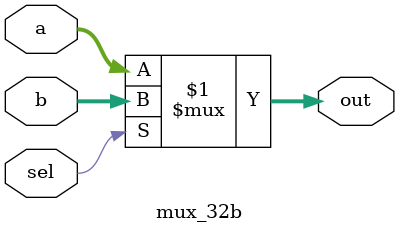
<source format=v>
module mux_4b (a, b, sel, out);

input wire [3:0] a;
input wire [3:0] b;
input wire sel;
output wire [3:0] out;

assign out = (sel) ? b : a;

endmodule

module mux_32b (a, b, sel, out);

input wire [31:0] a;
input wire [31:0] b;
input wire sel;
output wire [31:0] out;

assign out = (sel) ? b : a;

endmodule
</source>
